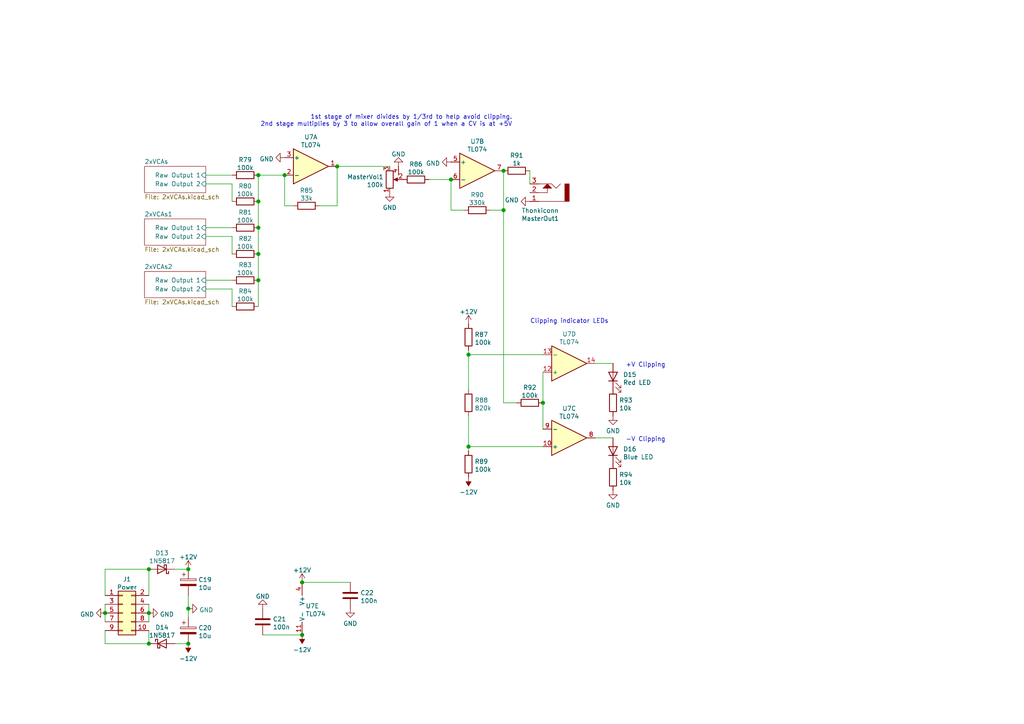
<source format=kicad_sch>
(kicad_sch (version 20210126) (generator eeschema)
  (paper "A4")
  (lib_symbols
    (symbol "Amplifier_Operational:TL074" (pin_names (offset 0.127))
      (property "Reference" "U" (at 0 5.08 0))
      (property "Value" "TL074" (at 0 -5.08 0))
      (symbol "TL074_1_1"
        (polyline (pts (xy -5.08 5.08) (xy 5.08 0) (xy -5.08 -5.08) (xy -5.08 5.08)) (stroke (width 0.254)) (fill (type background)))
        (pin output line (at 7.62 0 180) (length 2.54) (name "~") (number "1"))
        (pin input line (at -7.62 -2.54 0) (length 2.54) (name "-") (number "2"))
        (pin input line (at -7.62 2.54 0) (length 2.54) (name "+") (number "3"))
      )
      (symbol "TL074_2_1"
        (polyline (pts (xy -5.08 5.08) (xy 5.08 0) (xy -5.08 -5.08) (xy -5.08 5.08)) (stroke (width 0.254)) (fill (type background)))
        (pin input line (at -7.62 2.54 0) (length 2.54) (name "+") (number "5"))
        (pin input line (at -7.62 -2.54 0) (length 2.54) (name "-") (number "6"))
        (pin output line (at 7.62 0 180) (length 2.54) (name "~") (number "7"))
      )
      (symbol "TL074_3_1"
        (polyline (pts (xy -5.08 5.08) (xy 5.08 0) (xy -5.08 -5.08) (xy -5.08 5.08)) (stroke (width 0.254)) (fill (type background)))
        (pin input line (at -7.62 2.54 0) (length 2.54) (name "+") (number "10"))
        (pin output line (at 7.62 0 180) (length 2.54) (name "~") (number "8"))
        (pin input line (at -7.62 -2.54 0) (length 2.54) (name "-") (number "9"))
      )
      (symbol "TL074_4_1"
        (polyline (pts (xy -5.08 5.08) (xy 5.08 0) (xy -5.08 -5.08) (xy -5.08 5.08)) (stroke (width 0.254)) (fill (type background)))
        (pin input line (at -7.62 2.54 0) (length 2.54) (name "+") (number "12"))
        (pin input line (at -7.62 -2.54 0) (length 2.54) (name "-") (number "13"))
        (pin output line (at 7.62 0 180) (length 2.54) (name "~") (number "14"))
      )
      (symbol "TL074_5_1"
        (pin power_in line (at -2.54 -7.62 90) (length 3.81) (name "V-") (number "11"))
        (pin power_in line (at -2.54 7.62 270) (length 3.81) (name "V+") (number "4"))
      )
    )
    (symbol "Connector_Generic:Conn_02x05_Odd_Even" (pin_names (offset 1.016) hide)
      (property "Reference" "J" (at 1.27 7.62 0))
      (property "Value" "Conn_02x05_Odd_Even" (at 1.27 -7.62 0))
      (symbol "Conn_02x05_Odd_Even_1_1"
        (rectangle (start -1.27 -4.953) (end 0 -5.207) (stroke (width 0.1524)))
        (rectangle (start -1.27 -2.413) (end 0 -2.667) (stroke (width 0.1524)))
        (rectangle (start -1.27 0.127) (end 0 -0.127) (stroke (width 0.1524)))
        (rectangle (start -1.27 2.667) (end 0 2.413) (stroke (width 0.1524)))
        (rectangle (start -1.27 5.207) (end 0 4.953) (stroke (width 0.1524)))
        (rectangle (start 3.81 -4.953) (end 2.54 -5.207) (stroke (width 0.1524)))
        (rectangle (start 3.81 -2.413) (end 2.54 -2.667) (stroke (width 0.1524)))
        (rectangle (start 3.81 0.127) (end 2.54 -0.127) (stroke (width 0.1524)))
        (rectangle (start 3.81 2.667) (end 2.54 2.413) (stroke (width 0.1524)))
        (rectangle (start 3.81 5.207) (end 2.54 4.953) (stroke (width 0.1524)))
        (rectangle (start -1.27 6.35) (end 3.81 -6.35) (stroke (width 0.254)) (fill (type background)))
        (pin passive line (at -5.08 5.08 0) (length 3.81) (name "Pin_1") (number "1"))
        (pin passive line (at 7.62 -5.08 180) (length 3.81) (name "Pin_10") (number "10"))
        (pin passive line (at 7.62 5.08 180) (length 3.81) (name "Pin_2") (number "2"))
        (pin passive line (at -5.08 2.54 0) (length 3.81) (name "Pin_3") (number "3"))
        (pin passive line (at 7.62 2.54 180) (length 3.81) (name "Pin_4") (number "4"))
        (pin passive line (at -5.08 0 0) (length 3.81) (name "Pin_5") (number "5"))
        (pin passive line (at 7.62 0 180) (length 3.81) (name "Pin_6") (number "6"))
        (pin passive line (at -5.08 -2.54 0) (length 3.81) (name "Pin_7") (number "7"))
        (pin passive line (at 7.62 -2.54 180) (length 3.81) (name "Pin_8") (number "8"))
        (pin passive line (at -5.08 -5.08 0) (length 3.81) (name "Pin_9") (number "9"))
      )
    )
    (symbol "Device:C" (pin_numbers hide) (pin_names (offset 0.254))
      (property "Reference" "C" (at 0.635 2.54 0))
      (property "Value" "C" (at 0.635 -2.54 0))
      (symbol "C_0_1"
        (polyline (pts (xy -2.032 -0.762) (xy 2.032 -0.762)) (stroke (width 0.508)))
        (polyline (pts (xy -2.032 0.762) (xy 2.032 0.762)) (stroke (width 0.508)))
      )
      (symbol "C_1_1"
        (pin passive line (at 0 3.81 270) (length 2.794) (name "~") (number "1"))
        (pin passive line (at 0 -3.81 90) (length 2.794) (name "~") (number "2"))
      )
    )
    (symbol "Device:C_Polarized" (pin_numbers hide) (pin_names (offset 0.254))
      (property "Reference" "C" (at 0.635 2.54 0))
      (property "Value" "C_Polarized" (at 0.635 -2.54 0))
      (symbol "C_Polarized_0_1"
        (rectangle (start -2.286 0.508) (end 2.286 1.016))
        (rectangle (start 2.286 -0.508) (end -2.286 -1.016) (fill (type outline)))
        (polyline (pts (xy -1.778 2.286) (xy -0.762 2.286)))
        (polyline (pts (xy -1.27 2.794) (xy -1.27 1.778)))
      )
      (symbol "C_Polarized_1_1"
        (pin passive line (at 0 3.81 270) (length 2.794) (name "~") (number "1"))
        (pin passive line (at 0 -3.81 90) (length 2.794) (name "~") (number "2"))
      )
    )
    (symbol "Device:LED" (pin_numbers hide) (pin_names (offset 1.016) hide)
      (property "Reference" "D" (at 0 2.54 0))
      (property "Value" "LED" (at 0 -2.54 0))
      (symbol "LED_0_1"
        (polyline (pts (xy -1.27 -1.27) (xy -1.27 1.27)) (stroke (width 0.254)))
        (polyline (pts (xy -1.27 0) (xy 1.27 0)))
        (polyline (pts (xy 1.27 -1.27) (xy 1.27 1.27) (xy -1.27 0) (xy 1.27 -1.27)) (stroke (width 0.254)))
        (polyline (pts (xy -3.048 -0.762) (xy -4.572 -2.286) (xy -3.81 -2.286) (xy -4.572 -2.286) (xy -4.572 -1.524)))
        (polyline (pts (xy -1.778 -0.762) (xy -3.302 -2.286) (xy -2.54 -2.286) (xy -3.302 -2.286) (xy -3.302 -1.524)))
      )
      (symbol "LED_1_1"
        (pin passive line (at -3.81 0 0) (length 2.54) (name "K") (number "1"))
        (pin passive line (at 3.81 0 180) (length 2.54) (name "A") (number "2"))
      )
    )
    (symbol "Device:R" (pin_numbers hide) (pin_names (offset 0))
      (property "Reference" "R" (at 2.032 0 90))
      (property "Value" "R" (at 0 0 90))
      (symbol "R_0_1"
        (rectangle (start -1.016 -2.54) (end 1.016 2.54) (stroke (width 0.254)))
      )
      (symbol "R_1_1"
        (pin passive line (at 0 3.81 270) (length 1.27) (name "~") (number "1"))
        (pin passive line (at 0 -3.81 90) (length 1.27) (name "~") (number "2"))
      )
    )
    (symbol "Device:R_Potentiometer_GND2" (pin_names (offset 1.016) hide)
      (property "Reference" "RV" (at -4.445 0 90))
      (property "Value" "R_Potentiometer_GND2" (at -2.54 0 90))
      (symbol "R_Potentiometer_GND2_0_1"
        (rectangle (start 1.016 2.54) (end -1.016 -2.54) (stroke (width 0.254)))
        (polyline (pts (xy 2.54 0) (xy 1.524 0)))
        (polyline (pts (xy 1.143 0) (xy 2.286 0.508) (xy 2.286 -0.508) (xy 1.143 0)) (fill (type outline)))
      )
      (symbol "R_Potentiometer_GND2_1_1"
        (pin passive line (at 0 3.81 270) (length 1.27) (name "1") (number "1"))
        (pin passive line (at 3.81 0 180) (length 1.27) (name "2") (number "2"))
        (pin passive line (at 0 -3.81 90) (length 1.27) (name "3") (number "3"))
        (pin passive line (at 2.54 -3.81 90) (length 2.54) (name "GND") (number "4"))
      )
    )
    (symbol "Diode:1N5817" (pin_numbers hide) (pin_names (offset 1.016) hide)
      (property "Reference" "D" (at 0 2.54 0))
      (property "Value" "1N5817" (at 0 -2.54 0))
      (symbol "1N5817_0_1"
        (polyline (pts (xy 1.27 0) (xy -1.27 0)))
        (polyline (pts (xy 1.27 1.27) (xy 1.27 -1.27) (xy -1.27 0) (xy 1.27 1.27)) (stroke (width 0.254)))
        (polyline (pts (xy -1.905 0.635) (xy -1.905 1.27) (xy -1.27 1.27) (xy -1.27 -1.27) (xy -0.635 -1.27) (xy -0.635 -0.635)) (stroke (width 0.254)))
      )
      (symbol "1N5817_1_1"
        (pin passive line (at -3.81 0 0) (length 2.54) (name "K") (number "1"))
        (pin passive line (at 3.81 0 180) (length 2.54) (name "A") (number "2"))
      )
    )
    (symbol "nathans_symbols:Thonkiconn"
      (property "Reference" "U" (at -2.54 7.62 0))
      (property "Value" "Thonkiconn" (at -2.54 5.08 0))
      (symbol "Thonkiconn_0_1"
        (rectangle (start -11.43 2.54) (end -10.16 -2.54) (stroke (width 0.1524)) (fill (type outline)))
        (polyline (pts (xy -2.54 2.54) (xy -10.16 2.54)) (stroke (width 0.1524)))
        (polyline (pts (xy -2.54 0) (xy -5.08 0) (xy -5.08 -2.54)) (stroke (width 0.1524)))
        (polyline (pts (xy -2.54 -2.54) (xy -6.35 -2.54) (xy -7.62 -1.27) (xy -8.89 -2.54)) (stroke (width 0.1524)))
        (polyline (pts (xy -5.08 -2.54) (xy -6.35 -1.27) (xy -3.81 -1.27) (xy -5.08 -2.54)) (stroke (width 0.1524)) (fill (type outline)))
      )
      (symbol "Thonkiconn_1_1"
        (pin passive line (at 0 2.54 180) (length 2.54) (name "") (number "1"))
        (pin passive line (at 0 0 180) (length 2.54) (name "") (number "2"))
        (pin passive line (at 0 -2.54 180) (length 2.54) (name "") (number "3"))
      )
    )
    (symbol "power:+12V" (power) (pin_names (offset 0))
      (property "Value" "+12V" (at 0 3.556 0))
      (symbol "+12V_0_1"
        (polyline (pts (xy -0.762 1.27) (xy 0 2.54)))
        (polyline (pts (xy 0 0) (xy 0 2.54)))
        (polyline (pts (xy 0 2.54) (xy 0.762 1.27)))
      )
      (symbol "+12V_1_1"
        (pin power_in line (at 0 0 90) (length 0) hide (name "+12V") (number "1"))
      )
    )
    (symbol "power:-12V" (power) (pin_names (offset 0))
      (property "Value" "-12V" (at 0 3.81 0))
      (symbol "-12V_0_0"
        (pin power_in line (at 0 0 90) (length 0) hide (name "-12V") (number "1"))
      )
      (symbol "-12V_0_1"
        (polyline (pts (xy 0 0) (xy 0 1.27) (xy 0.762 1.27) (xy 0 2.54) (xy -0.762 1.27) (xy 0 1.27)) (fill (type outline)))
      )
    )
    (symbol "power:GND" (power) (pin_names (offset 0))
      (property "Value" "GND" (at 0 -3.81 0))
      (symbol "GND_0_1"
        (polyline (pts (xy 0 0) (xy 0 -1.27) (xy 1.27 -1.27) (xy 0 -2.54) (xy -1.27 -1.27) (xy 0 -1.27)))
      )
      (symbol "GND_1_1"
        (pin power_in line (at 0 0 270) (length 0) hide (name "GND") (number "1"))
      )
    )
  )
  (junction (at 30.48 177.8) (diameter 1.016))
  (junction (at 43.18 165.1) (diameter 1.016))
  (junction (at 43.18 177.8) (diameter 1.016))
  (junction (at 43.18 186.69) (diameter 1.016))
  (junction (at 54.61 165.1) (diameter 1.016))
  (junction (at 54.61 176.53) (diameter 1.016))
  (junction (at 54.61 186.69) (diameter 1.016))
  (junction (at 74.93 50.8) (diameter 1.016))
  (junction (at 74.93 58.42) (diameter 1.016))
  (junction (at 74.93 66.04) (diameter 1.016))
  (junction (at 74.93 73.66) (diameter 1.016))
  (junction (at 74.93 81.28) (diameter 1.016))
  (junction (at 82.55 50.8) (diameter 1.016))
  (junction (at 87.63 168.91) (diameter 1.016))
  (junction (at 87.63 184.15) (diameter 1.016))
  (junction (at 97.79 48.26) (diameter 1.016))
  (junction (at 130.81 52.07) (diameter 1.016))
  (junction (at 135.89 102.87) (diameter 1.016))
  (junction (at 135.89 129.54) (diameter 1.016))
  (junction (at 146.05 49.53) (diameter 1.016))
  (junction (at 146.05 60.96) (diameter 1.016))
  (junction (at 157.48 116.84) (diameter 1.016))
  (wire (pts (xy 30.48 165.1) (xy 43.18 165.1)))
  (wire (pts (xy 30.48 172.72) (xy 30.48 165.1)))
  (wire (pts (xy 30.48 175.26) (xy 30.48 177.8)))
  (wire (pts (xy 30.48 177.8) (xy 30.48 180.34)))
  (wire (pts (xy 30.48 182.88) (xy 30.48 186.69)))
  (wire (pts (xy 30.48 186.69) (xy 43.18 186.69)))
  (wire (pts (xy 43.18 172.72) (xy 43.18 165.1)))
  (wire (pts (xy 43.18 175.26) (xy 43.18 177.8)))
  (wire (pts (xy 43.18 177.8) (xy 43.18 180.34)))
  (wire (pts (xy 43.18 186.69) (xy 43.18 182.88)))
  (wire (pts (xy 50.8 165.1) (xy 54.61 165.1)))
  (wire (pts (xy 50.8 186.69) (xy 54.61 186.69)))
  (wire (pts (xy 54.61 172.72) (xy 54.61 176.53)))
  (wire (pts (xy 54.61 176.53) (xy 54.61 179.07)))
  (wire (pts (xy 59.69 50.8) (xy 67.31 50.8)))
  (wire (pts (xy 59.69 53.34) (xy 67.31 53.34)))
  (wire (pts (xy 59.69 66.04) (xy 67.31 66.04)))
  (wire (pts (xy 59.69 68.58) (xy 67.31 68.58)))
  (wire (pts (xy 59.69 81.28) (xy 67.31 81.28)))
  (wire (pts (xy 59.69 83.82) (xy 67.31 83.82)))
  (wire (pts (xy 67.31 53.34) (xy 67.31 58.42)))
  (wire (pts (xy 67.31 68.58) (xy 67.31 73.66)))
  (wire (pts (xy 67.31 83.82) (xy 67.31 88.9)))
  (wire (pts (xy 74.93 50.8) (xy 74.93 58.42)))
  (wire (pts (xy 74.93 50.8) (xy 82.55 50.8)))
  (wire (pts (xy 74.93 58.42) (xy 74.93 66.04)))
  (wire (pts (xy 74.93 66.04) (xy 74.93 73.66)))
  (wire (pts (xy 74.93 73.66) (xy 74.93 81.28)))
  (wire (pts (xy 74.93 81.28) (xy 74.93 88.9)))
  (wire (pts (xy 76.2 184.15) (xy 87.63 184.15)))
  (wire (pts (xy 82.55 59.69) (xy 82.55 50.8)))
  (wire (pts (xy 85.09 59.69) (xy 82.55 59.69)))
  (wire (pts (xy 87.63 168.91) (xy 101.6 168.91)))
  (wire (pts (xy 92.71 59.69) (xy 97.79 59.69)))
  (wire (pts (xy 97.79 48.26) (xy 113.03 48.26)))
  (wire (pts (xy 97.79 59.69) (xy 97.79 48.26)))
  (wire (pts (xy 124.46 52.07) (xy 130.81 52.07)))
  (wire (pts (xy 130.81 60.96) (xy 130.81 52.07)))
  (wire (pts (xy 134.62 60.96) (xy 130.81 60.96)))
  (wire (pts (xy 135.89 101.6) (xy 135.89 102.87)))
  (wire (pts (xy 135.89 102.87) (xy 135.89 113.03)))
  (wire (pts (xy 135.89 120.65) (xy 135.89 129.54)))
  (wire (pts (xy 135.89 129.54) (xy 135.89 130.81)))
  (wire (pts (xy 135.89 129.54) (xy 157.48 129.54)))
  (wire (pts (xy 142.24 60.96) (xy 146.05 60.96)))
  (wire (pts (xy 146.05 60.96) (xy 146.05 49.53)))
  (wire (pts (xy 146.05 116.84) (xy 146.05 60.96)))
  (wire (pts (xy 149.86 116.84) (xy 146.05 116.84)))
  (wire (pts (xy 153.67 49.53) (xy 153.67 53.34)))
  (wire (pts (xy 157.48 102.87) (xy 135.89 102.87)))
  (wire (pts (xy 157.48 107.95) (xy 157.48 116.84)))
  (wire (pts (xy 157.48 116.84) (xy 157.48 124.46)))
  (wire (pts (xy 172.72 105.41) (xy 177.8 105.41)))
  (wire (pts (xy 172.72 127) (xy 177.8 127)))
  (text "1st stage of mixer divides by 1/3rd to help avoid clipping.\n2nd stage multiplies by 3 to allow overall gain of 1 when a CV is at +5V" (at 148.59 36.83 0) (effects (font (size 1.27 1.27)) (justify right bottom)))
  (text "Clipping indicator LEDs" (at 176.53 93.98 180) (effects (font (size 1.27 1.27)) (justify right bottom)))
  (text "+V Clipping" (at 193.04 106.68 180) (effects (font (size 1.27 1.27)) (justify right bottom)))
  (text "-V Clipping" (at 193.04 128.27 180) (effects (font (size 1.27 1.27)) (justify right bottom)))
  (symbol (lib_id "power:+12V") (at 54.61 165.1 0) (unit 1)
    (property "Reference" "#PWR0228" (effects hide))
    (property "Value" "+12V" (at 54.61 161.5526 0))
  )
  (symbol (lib_id "power:-12V") (at 54.61 186.69 180) (unit 1)
    (property "Reference" "#PWR0224" (effects hide))
    (property "Value" "-12V" (at 54.61 191.0144 0))
  )
  (symbol (lib_id "power:+12V") (at 87.63 168.91 0) (unit 1)
    (property "Reference" "#PWR0231" (effects hide))
    (property "Value" "+12V" (at 87.63 165.3626 0))
  )
  (symbol (lib_id "power:-12V") (at 87.63 184.15 180) (unit 1)
    (property "Reference" "#PWR0230" (effects hide))
    (property "Value" "-12V" (at 87.63 188.4744 0))
  )
  (symbol (lib_id "power:+12V") (at 135.89 93.98 0) (unit 1)
    (property "Reference" "#PWR0223" (effects hide))
    (property "Value" "+12V" (at 135.89 90.4326 0))
  )
  (symbol (lib_id "power:-12V") (at 135.89 138.43 180) (unit 1)
    (property "Reference" "#PWR0233" (effects hide))
    (property "Value" "-12V" (at 135.89 142.7544 0))
  )
  (symbol (lib_id "power:GND") (at 30.48 177.8 270) (unit 1)
    (property "Reference" "#PWR0226" (effects hide))
    (property "Value" "GND" (at 27.305 178.1885 90) (effects (justify right)))
  )
  (symbol (lib_id "power:GND") (at 43.18 177.8 90) (unit 1)
    (property "Reference" "#PWR0227" (effects hide))
    (property "Value" "GND" (at 46.3551 178.1885 90) (effects (justify right)))
  )
  (symbol (lib_id "power:GND") (at 54.61 176.53 90) (unit 1)
    (property "Reference" "#PWR0225" (effects hide))
    (property "Value" "GND" (at 57.7851 176.9185 90) (effects (justify right)))
  )
  (symbol (lib_id "power:GND") (at 76.2 176.53 180) (unit 1)
    (property "Reference" "#PWR0229" (effects hide))
    (property "Value" "GND" (at 76.2 172.9826 0))
  )
  (symbol (lib_id "power:GND") (at 82.55 45.72 270) (unit 1)
    (property "Reference" "#PWR0219" (effects hide))
    (property "Value" "GND" (at 79.375 46.1085 90) (effects (justify right)))
  )
  (symbol (lib_id "power:GND") (at 101.6 176.53 0) (unit 1)
    (property "Reference" "#PWR0232" (effects hide))
    (property "Value" "GND" (at 101.6 180.8544 0))
  )
  (symbol (lib_id "power:GND") (at 113.03 55.88 0) (unit 1)
    (property "Reference" "#PWR0221" (effects hide))
    (property "Value" "GND" (at 113.03 60.2044 0))
  )
  (symbol (lib_id "power:GND") (at 115.57 48.26 180) (unit 1)
    (property "Reference" "#PWR0242" (effects hide))
    (property "Value" "GND" (at 115.57 44.7126 0))
  )
  (symbol (lib_id "power:GND") (at 130.81 46.99 270) (unit 1)
    (property "Reference" "#PWR0220" (effects hide))
    (property "Value" "GND" (at 127.635 47.3785 90) (effects (justify right)))
  )
  (symbol (lib_id "power:GND") (at 153.67 58.42 270) (unit 1)
    (property "Reference" "#PWR0222" (effects hide))
    (property "Value" "GND" (at 150.4949 58.0315 90) (effects (justify right)))
  )
  (symbol (lib_id "power:GND") (at 177.8 120.65 0) (unit 1)
    (property "Reference" "#PWR0234" (effects hide))
    (property "Value" "GND" (at 177.8 124.9744 0))
  )
  (symbol (lib_id "power:GND") (at 177.8 142.24 0) (unit 1)
    (property "Reference" "#PWR0235" (effects hide))
    (property "Value" "GND" (at 177.8 146.5644 0))
  )
  (symbol (lib_id "Amplifier_Operational:TL074") (at 90.17 176.53 0) (unit 5)
    (property "Reference" "U7" (at 88.6461 175.7691 0) (effects (justify left)))
    (property "Value" "TL074" (at 88.6461 178.0678 0) (effects (justify left)))
    (property "Footprint" "Package_SO:SOIC-14_3.9x8.7mm_P1.27mm" (effects hide))
    (property "Datasheet" "http://www.ti.com/lit/ds/symlink/tl071.pdf" (effects hide))
    (property "LCSC" "C12594" (effects hide))
  )
  (symbol (lib_id "Device:R") (at 71.12 50.8 90) (unit 1)
    (property "Reference" "R79" (at 71.12 46.3508 90))
    (property "Value" "100k" (at 71.12 48.6495 90))
    (property "Footprint" "Resistor_SMD:R_0805_2012Metric" (effects hide))
    (property "LCSC" "C17407" (effects hide))
  )
  (symbol (lib_id "Device:R") (at 71.12 58.42 90) (unit 1)
    (property "Reference" "R80" (at 71.12 53.9708 90))
    (property "Value" "100k" (at 71.12 56.2695 90))
    (property "Footprint" "Resistor_SMD:R_0805_2012Metric" (effects hide))
    (property "LCSC" "C17407" (effects hide))
  )
  (symbol (lib_id "Device:R") (at 71.12 66.04 90) (unit 1)
    (property "Reference" "R81" (at 71.12 61.5908 90))
    (property "Value" "100k" (at 71.12 63.8895 90))
    (property "Footprint" "Resistor_SMD:R_0805_2012Metric" (effects hide))
    (property "LCSC" "C17407" (effects hide))
  )
  (symbol (lib_id "Device:R") (at 71.12 73.66 90) (unit 1)
    (property "Reference" "R82" (at 71.12 69.2108 90))
    (property "Value" "100k" (at 71.12 71.5095 90))
    (property "Footprint" "Resistor_SMD:R_0805_2012Metric" (effects hide))
    (property "LCSC" "C17407" (effects hide))
  )
  (symbol (lib_id "Device:R") (at 71.12 81.28 90) (unit 1)
    (property "Reference" "R83" (at 71.12 76.8308 90))
    (property "Value" "100k" (at 71.12 79.1295 90))
    (property "Footprint" "Resistor_SMD:R_0805_2012Metric" (effects hide))
    (property "LCSC" "C17407" (effects hide))
  )
  (symbol (lib_id "Device:R") (at 71.12 88.9 90) (unit 1)
    (property "Reference" "R84" (at 71.12 84.4508 90))
    (property "Value" "100k" (at 71.12 86.7495 90))
    (property "Footprint" "Resistor_SMD:R_0805_2012Metric" (effects hide))
    (property "LCSC" "C17407" (effects hide))
  )
  (symbol (lib_id "Device:R") (at 88.9 59.69 90) (unit 1)
    (property "Reference" "R85" (at 88.9 55.2408 90))
    (property "Value" "33k" (at 88.9 57.5395 90))
    (property "Footprint" "Resistor_SMD:R_0805_2012Metric" (effects hide))
    (property "LCSC" "C17633" (effects hide))
  )
  (symbol (lib_id "Device:R") (at 120.65 52.07 90) (unit 1)
    (property "Reference" "R86" (at 120.65 47.6208 90))
    (property "Value" "100k" (at 120.65 49.9195 90))
    (property "Footprint" "Resistor_SMD:R_0805_2012Metric" (effects hide))
    (property "LCSC" "C17407" (effects hide))
  )
  (symbol (lib_id "Device:R") (at 135.89 97.79 180) (unit 1)
    (property "Reference" "R87" (at 137.6681 97.0291 0) (effects (justify right)))
    (property "Value" "100k" (at 137.6681 99.3278 0) (effects (justify right)))
    (property "Footprint" "Resistor_SMD:R_0805_2012Metric" (effects hide))
    (property "LCSC" "C17407" (effects hide))
  )
  (symbol (lib_id "Device:R") (at 135.89 116.84 180) (unit 1)
    (property "Reference" "R88" (at 137.6681 116.0791 0) (effects (justify right)))
    (property "Value" "820k" (at 137.6681 118.3778 0) (effects (justify right)))
    (property "Footprint" "Resistor_SMD:R_0805_2012Metric" (effects hide))
    (property "LCSC" "C25644" (effects hide))
  )
  (symbol (lib_id "Device:R") (at 135.89 134.62 180) (unit 1)
    (property "Reference" "R89" (at 137.6681 133.8591 0) (effects (justify right)))
    (property "Value" "100k" (at 137.6681 136.1578 0) (effects (justify right)))
    (property "Footprint" "Resistor_SMD:R_0805_2012Metric" (effects hide))
    (property "LCSC" "C17407" (effects hide))
  )
  (symbol (lib_id "Device:R") (at 138.43 60.96 90) (unit 1)
    (property "Reference" "R90" (at 138.43 56.5108 90))
    (property "Value" "330k" (at 138.43 58.8095 90))
    (property "Footprint" "Resistor_SMD:R_0805_2012Metric" (effects hide))
    (property "LCSC" "C17629" (effects hide))
  )
  (symbol (lib_id "Device:R") (at 149.86 49.53 90) (unit 1)
    (property "Reference" "R91" (at 149.86 45.0808 90))
    (property "Value" "1k" (at 149.86 47.3795 90))
    (property "Footprint" "Resistor_SMD:R_0805_2012Metric" (effects hide))
    (property "LCSC" "C17513" (effects hide))
  )
  (symbol (lib_id "Device:R") (at 153.67 116.84 90) (unit 1)
    (property "Reference" "R92" (at 153.67 112.3908 90))
    (property "Value" "100k" (at 153.67 114.6895 90))
    (property "Footprint" "Resistor_SMD:R_0805_2012Metric" (effects hide))
    (property "LCSC" "C17407" (effects hide))
  )
  (symbol (lib_id "Device:R") (at 177.8 116.84 180) (unit 1)
    (property "Reference" "R93" (at 179.5781 116.0791 0) (effects (justify right)))
    (property "Value" "10k" (at 179.5781 118.3778 0) (effects (justify right)))
    (property "Footprint" "Resistor_SMD:R_0805_2012Metric" (effects hide))
    (property "LCSC" "C17414" (effects hide))
  )
  (symbol (lib_id "Device:R") (at 177.8 138.43 180) (unit 1)
    (property "Reference" "R94" (at 179.5781 137.6691 0) (effects (justify right)))
    (property "Value" "10k" (at 179.5781 139.9678 0) (effects (justify right)))
    (property "Footprint" "Resistor_SMD:R_0805_2012Metric" (effects hide))
    (property "LCSC" "C17414" (effects hide))
  )
  (symbol (lib_id "Diode:1N5817") (at 46.99 165.1 180) (unit 1)
    (property "Reference" "D13" (at 46.99 160.3968 0))
    (property "Value" "1N5817" (at 46.99 162.6955 0))
    (property "Footprint" "Diode_THT:D_DO-41_SOD81_P10.16mm_Horizontal" (effects hide))
    (property "Datasheet" "http://www.vishay.com/docs/88525/1n5817.pdf" (effects hide))
  )
  (symbol (lib_id "Diode:1N5817") (at 46.99 186.69 0) (unit 1)
    (property "Reference" "D14" (at 46.99 181.9868 0))
    (property "Value" "1N5817" (at 46.99 184.2855 0))
    (property "Footprint" "Diode_THT:D_DO-41_SOD81_P10.16mm_Horizontal" (effects hide))
    (property "Datasheet" "http://www.vishay.com/docs/88525/1n5817.pdf" (effects hide))
  )
  (symbol (lib_id "Device:LED") (at 177.8 109.22 90) (unit 1)
    (property "Reference" "D15" (at 180.7211 108.6496 90) (effects (justify right)))
    (property "Value" "Red LED" (at 180.7211 110.9483 90) (effects (justify right)))
    (property "Footprint" "LED_THT:LED_D3.0mm" (effects hide))
    (property "LCSC" "C84270" (effects hide))
  )
  (symbol (lib_id "Device:LED") (at 177.8 130.81 90) (unit 1)
    (property "Reference" "D16" (at 180.7211 130.2396 90) (effects (justify right)))
    (property "Value" "Blue LED" (at 180.7211 132.5383 90) (effects (justify right)))
    (property "Footprint" "LED_THT:LED_D3.0mm" (effects hide))
    (property "LCSC" "C130717" (effects hide))
  )
  (symbol (lib_id "Device:C_Polarized") (at 54.61 168.91 0) (unit 1)
    (property "Reference" "C19" (at 57.5311 168.1491 0) (effects (justify left)))
    (property "Value" "10u" (at 57.5311 170.4478 0) (effects (justify left)))
    (property "Footprint" "Capacitor_THT:CP_Radial_D5.0mm_P2.50mm" (effects hide))
  )
  (symbol (lib_id "Device:C_Polarized") (at 54.61 182.88 0) (unit 1)
    (property "Reference" "C20" (at 57.5311 182.1191 0) (effects (justify left)))
    (property "Value" "10u" (at 57.5311 184.4178 0) (effects (justify left)))
    (property "Footprint" "Capacitor_THT:CP_Radial_D5.0mm_P2.50mm" (effects hide))
  )
  (symbol (lib_id "Device:C") (at 76.2 180.34 0) (unit 1)
    (property "Reference" "C21" (at 79.1211 179.5791 0) (effects (justify left)))
    (property "Value" "100n" (at 79.1211 181.8778 0) (effects (justify left)))
    (property "Footprint" "Capacitor_SMD:C_0805_2012Metric" (effects hide))
    (property "LCSC" "C49678" (effects hide))
  )
  (symbol (lib_id "Device:C") (at 101.6 172.72 0) (unit 1)
    (property "Reference" "C22" (at 104.5211 171.9591 0) (effects (justify left)))
    (property "Value" "100n" (at 104.5211 174.2578 0) (effects (justify left)))
    (property "Footprint" "Capacitor_SMD:C_0805_2012Metric" (effects hide))
    (property "LCSC" "C49678" (effects hide))
  )
  (symbol (lib_id "Device:R_Potentiometer_GND2") (at 113.03 52.07 0) (mirror x) (unit 1)
    (property "Reference" "MasterVol1" (at 111.2519 51.3091 0) (effects (justify right)))
    (property "Value" "100k" (at 111.2519 53.6078 0) (effects (justify right)))
    (property "Footprint" "Potentiometer_THT:Potentiometer_GND_Alpha_RD901F-40-00D_Single_Vertical_CircularHoles" (effects hide))
  )
  (symbol (lib_id "nathans_symbols:Thonkiconn") (at 153.67 55.88 180) (unit 1)
    (property "Reference" "MasterOut1" (at 156.6926 63.3772 0))
    (property "Value" "Thonkiconn" (at 156.6926 61.0785 0))
    (property "Footprint" "kicad_libraries:Thonkiconn" (effects hide))
  )
  (symbol (lib_id "Amplifier_Operational:TL074") (at 90.17 48.26 0) (unit 1)
    (property "Reference" "U7" (at 90.17 39.7468 0))
    (property "Value" "TL074" (at 90.17 42.0455 0))
    (property "Footprint" "Package_SO:SOIC-14_3.9x8.7mm_P1.27mm" (effects hide))
    (property "Datasheet" "http://www.ti.com/lit/ds/symlink/tl071.pdf" (effects hide))
    (property "LCSC" "C12594" (effects hide))
  )
  (symbol (lib_id "Amplifier_Operational:TL074") (at 138.43 49.53 0) (unit 2)
    (property "Reference" "U7" (at 138.43 41.0168 0))
    (property "Value" "TL074" (at 138.43 43.3155 0))
    (property "Footprint" "Package_SO:SOIC-14_3.9x8.7mm_P1.27mm" (effects hide))
    (property "Datasheet" "http://www.ti.com/lit/ds/symlink/tl071.pdf" (effects hide))
    (property "LCSC" "C12594" (effects hide))
  )
  (symbol (lib_id "Amplifier_Operational:TL074") (at 165.1 105.41 0) (mirror x) (unit 4)
    (property "Reference" "U7" (at 165.1 96.8968 0))
    (property "Value" "TL074" (at 165.1 99.1955 0))
    (property "Footprint" "Package_SO:SOIC-14_3.9x8.7mm_P1.27mm" (effects hide))
    (property "Datasheet" "http://www.ti.com/lit/ds/symlink/tl071.pdf" (effects hide))
    (property "LCSC" "C12594" (effects hide))
  )
  (symbol (lib_id "Amplifier_Operational:TL074") (at 165.1 127 0) (mirror x) (unit 3)
    (property "Reference" "U7" (at 165.1 118.4868 0))
    (property "Value" "TL074" (at 165.1 120.7855 0))
    (property "Footprint" "Package_SO:SOIC-14_3.9x8.7mm_P1.27mm" (effects hide))
    (property "Datasheet" "http://www.ti.com/lit/ds/symlink/tl071.pdf" (effects hide))
    (property "LCSC" "C12594" (effects hide))
  )
  (symbol (lib_id "Connector_Generic:Conn_02x05_Odd_Even") (at 35.56 177.8 0) (unit 1)
    (property "Reference" "J1" (at 36.83 168.0168 0))
    (property "Value" "Power" (at 36.83 170.3155 0))
    (property "Footprint" "Connector_PinHeader_2.54mm:PinHeader_2x05_P2.54mm_Vertical_SMD" (effects hide))
  )
  (sheet (at 41.91 48.26) (size 17.78 7.62) (stroke (width 0.0006))
    (property "Sheet name" "2xVCAs" (at 41.91 47.6243 0) (effects (justify left bottom)))
    (property "Sheet file" "2xVCAs.kicad_sch" (at 41.91 56.3887 0) (effects (justify left top)))
    (pin "Raw Output 1" input (at 59.69 50.8 0))
    (pin "Raw Output 2" input (at 59.69 53.34 0))
  )
  (sheet (at 41.91 63.5) (size 17.78 7.62) (stroke (width 0.0006))
    (property "Sheet name" "2xVCAs1" (at 41.91 62.8643 0) (effects (justify left bottom)))
    (property "Sheet file" "2xVCAs.kicad_sch" (at 41.91 71.6287 0) (effects (justify left top)))
    (pin "Raw Output 1" input (at 59.69 66.04 0))
    (pin "Raw Output 2" input (at 59.69 68.58 0))
  )
  (sheet (at 41.91 78.74) (size 17.78 7.62) (stroke (width 0.0006))
    (property "Sheet name" "2xVCAs2" (at 41.91 78.1043 0) (effects (justify left bottom)))
    (property "Sheet file" "2xVCAs.kicad_sch" (at 41.91 86.8687 0) (effects (justify left top)))
    (pin "Raw Output 1" input (at 59.69 81.28 0))
    (pin "Raw Output 2" input (at 59.69 83.82 0))
  )
)
</source>
